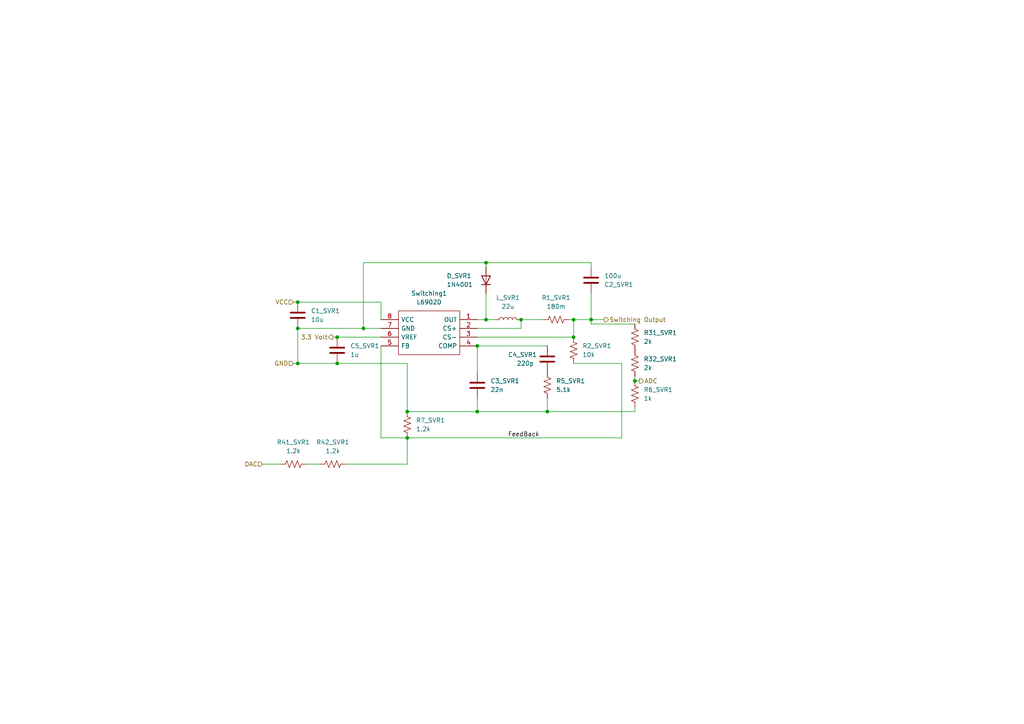
<source format=kicad_sch>
(kicad_sch (version 20211123) (generator eeschema)
  (paper "A4")
  (title_block (date "2022-08-29") (rev "1") (company "George Mason University") (comment 2 "linear regulator does as little work as possible.") (comment 3 "the bulk of the voltage drop from VCC to the output so that the") (comment 4 "The switching regulator is used to imporve efficency as it provides"))
  (lib_symbols
    (symbol "Device:C" (pin_numbers hide) (pin_names (offset 0.254))
      (property "Reference" "C" (at 0.635 2.54 0))
      (property "Value" "C" (at 0.635 -2.54 0))
      (symbol "C_0_1"
        (polyline (pts (xy -2.032 -0.762) (xy 2.032 -0.762)) (stroke (width 0.508)))
        (polyline (pts (xy -2.032 0.762) (xy 2.032 0.762)) (stroke (width 0.508)))
      )
      (symbol "C_1_1"
        (pin passive line (at 0 3.81 270) (length 2.794) (name "~") (number "1"))
        (pin passive line (at 0 -3.81 90) (length 2.794) (name "~") (number "2"))
      )
    )
    (symbol "Device:L" (pin_numbers hide) (pin_names (offset 1.016) hide)
      (property "Reference" "L" (at -1.27 0 90))
      (property "Value" "L" (at 1.905 0 90))
      (symbol "L_0_1"
        (arc (start 0 -2.54) (mid 0.635 -1.905) (end 0 -1.27))
        (arc (start 0 -1.27) (mid 0.635 -0.635) (end 0 0))
        (arc (start 0 0) (mid 0.635 0.635) (end 0 1.27))
        (arc (start 0 1.27) (mid 0.635 1.905) (end 0 2.54))
      )
      (symbol "L_1_1"
        (pin passive line (at 0 3.81 270) (length 1.27) (name "1") (number "1"))
        (pin passive line (at 0 -3.81 90) (length 1.27) (name "2") (number "2"))
      )
    )
    (symbol "Device:R_US" (pin_numbers hide) (pin_names (offset 0))
      (property "Reference" "R" (at 2.54 0 90))
      (property "Value" "R_US" (at -2.54 0 90))
      (symbol "R_US_0_1"
        (polyline (pts (xy 0 -2.286) (xy 0 -2.54)))
        (polyline (pts (xy 0 2.286) (xy 0 2.54)))
        (polyline (pts (xy 0 -0.762) (xy 1.016 -1.143) (xy 0 -1.524) (xy -1.016 -1.905) (xy 0 -2.286)))
        (polyline (pts (xy 0 0.762) (xy 1.016 0.381) (xy 0 0) (xy -1.016 -0.381) (xy 0 -0.762)))
        (polyline (pts (xy 0 2.286) (xy 1.016 1.905) (xy 0 1.524) (xy -1.016 1.143) (xy 0 0.762)))
      )
      (symbol "R_US_1_1"
        (pin passive line (at 0 3.81 270) (length 1.27) (name "~") (number "1"))
        (pin passive line (at 0 -3.81 90) (length 1.27) (name "~") (number "2"))
      )
    )
    (symbol "Diode:1N4001" (pin_numbers hide) (pin_names (offset 1.016) hide)
      (property "Reference" "D" (at 0 2.54 0))
      (property "Value" "1N4001" (at 0 -2.54 0))
      (symbol "1N4001_0_1"
        (polyline (pts (xy -1.27 1.27) (xy -1.27 -1.27)) (stroke (width 0.254)))
        (polyline (pts (xy 1.27 0) (xy -1.27 0)))
        (polyline (pts (xy 1.27 1.27) (xy 1.27 -1.27) (xy -1.27 0) (xy 1.27 1.27)) (stroke (width 0.254)))
      )
      (symbol "1N4001_1_1"
        (pin passive line (at -3.81 0 0) (length 2.54) (name "K") (number "1"))
        (pin passive line (at 3.81 0 180) (length 2.54) (name "A") (number "2"))
      )
    )
    (symbol "SamacSys_Parts:L6902D" (pin_names (offset 0.762))
      (property "Reference" "IC" (at 24.13 7.62 0))
      (property "Value" "L6902D" (at 24.13 5.08 0))
      (symbol "L6902D_0_0"
        (pin passive line (at 0 0 0) (length 5.08) (name "OUT") (number "1"))
        (pin passive line (at 0 -2.54 0) (length 5.08) (name "CS+") (number "2"))
        (pin passive line (at 0 -5.08 0) (length 5.08) (name "CS-") (number "3"))
        (pin passive line (at 0 -7.62 0) (length 5.08) (name "COMP") (number "4"))
        (pin passive line (at 27.94 -7.62 180) (length 5.08) (name "FB") (number "5"))
        (pin passive line (at 27.94 -5.08 180) (length 5.08) (name "VREF") (number "6"))
        (pin passive line (at 27.94 -2.54 180) (length 5.08) (name "GND") (number "7"))
        (pin passive line (at 27.94 0 180) (length 5.08) (name "VCC") (number "8"))
      )
      (symbol "L6902D_0_1"
        (polyline (pts (xy 5.08 2.54) (xy 22.86 2.54) (xy 22.86 -10.16) (xy 5.08 -10.16) (xy 5.08 2.54)) (stroke (width 0.1524)))
      )
    )
  )
  (junction (at 138.43 119.38))
  (junction (at 158.75 119.38))
  (junction (at 86.36 105.41))
  (junction (at 97.79 97.79))
  (junction (at 86.36 87.63))
  (junction (at 118.11 119.38))
  (junction (at 151.13 92.71))
  (junction (at 138.43 100.33))
  (junction (at 166.37 97.79))
  (junction (at 166.37 92.71))
  (junction (at 97.79 105.41))
  (junction (at 140.97 92.71))
  (junction (at 105.41 95.25))
  (junction (at 140.97 76.2))
  (junction (at 171.45 92.71))
  (junction (at 184.15 110.49))
  (junction (at 118.11 127))
  (junction (at 86.36 95.25))
  (wire (pts (xy 171.45 92.71) (xy 171.45 93.98)))
  (wire (pts (xy 85.09 105.41) (xy 86.36 105.41)))
  (wire (pts (xy 140.97 76.2) (xy 171.45 76.2)))
  (wire (pts (xy 184.15 110.49) (xy 185.42 110.49)))
  (wire (pts (xy 100.33 134.62) (xy 118.11 134.62)))
  (wire (pts (xy 143.51 92.71) (xy 140.97 92.71)))
  (wire (pts (xy 166.37 92.71) (xy 166.37 97.79)))
  (wire (pts (xy 184.15 118.11) (xy 184.15 119.38)))
  (wire (pts (xy 165.1 92.71) (xy 166.37 92.71)))
  (wire (pts (xy 140.97 92.71) (xy 138.43 92.71)))
  (wire (pts (xy 151.13 95.25) (xy 138.43 95.25)))
  (wire (pts (xy 118.11 127) (xy 180.34 127)))
  (wire (pts (xy 138.43 107.95) (xy 138.43 100.33)))
  (wire (pts (xy 171.45 92.71) (xy 175.26 92.71)))
  (wire (pts (xy 118.11 119.38) (xy 138.43 119.38)))
  (wire (pts (xy 158.75 100.33) (xy 138.43 100.33)))
  (wire (pts (xy 151.13 92.71) (xy 151.13 95.25)))
  (wire (pts (xy 166.37 92.71) (xy 171.45 92.71)))
  (wire (pts (xy 110.49 100.33) (xy 110.49 127)))
  (wire (pts (xy 85.09 87.63) (xy 86.36 87.63)))
  (wire (pts (xy 96.52 97.79) (xy 97.79 97.79)))
  (wire (pts (xy 110.49 127) (xy 118.11 127)))
  (wire (pts (xy 166.37 97.79) (xy 138.43 97.79)))
  (wire (pts (xy 97.79 97.79) (xy 110.49 97.79)))
  (wire (pts (xy 180.34 105.41) (xy 166.37 105.41)))
  (wire (pts (xy 86.36 95.25) (xy 105.41 95.25)))
  (wire (pts (xy 88.9 134.62) (xy 92.71 134.62)))
  (wire (pts (xy 118.11 105.41) (xy 118.11 119.38)))
  (wire (pts (xy 157.48 92.71) (xy 151.13 92.71)))
  (wire (pts (xy 76.2 134.62) (xy 81.28 134.62)))
  (wire (pts (xy 105.41 76.2) (xy 140.97 76.2)))
  (wire (pts (xy 158.75 115.57) (xy 158.75 119.38)))
  (wire (pts (xy 110.49 87.63) (xy 86.36 87.63)))
  (wire (pts (xy 140.97 85.09) (xy 140.97 92.71)))
  (wire (pts (xy 184.15 93.98) (xy 171.45 93.98)))
  (wire (pts (xy 171.45 76.2) (xy 171.45 77.47)))
  (wire (pts (xy 138.43 115.57) (xy 138.43 119.38)))
  (wire (pts (xy 158.75 119.38) (xy 184.15 119.38)))
  (wire (pts (xy 140.97 77.47) (xy 140.97 76.2)))
  (wire (pts (xy 86.36 95.25) (xy 86.36 105.41)))
  (wire (pts (xy 110.49 92.71) (xy 110.49 87.63)))
  (wire (pts (xy 138.43 119.38) (xy 158.75 119.38)))
  (wire (pts (xy 86.36 105.41) (xy 97.79 105.41)))
  (wire (pts (xy 105.41 76.2) (xy 105.41 95.25)))
  (wire (pts (xy 105.41 95.25) (xy 110.49 95.25)))
  (wire (pts (xy 171.45 85.09) (xy 171.45 92.71)))
  (wire (pts (xy 184.15 110.49) (xy 184.15 109.22)))
  (wire (pts (xy 180.34 105.41) (xy 180.34 127)))
  (wire (pts (xy 118.11 127) (xy 118.11 134.62)))
  (wire (pts (xy 97.79 105.41) (xy 118.11 105.41)))
  (label "FeedBack" (at 147.32 127 0))
  (hierarchical_label "DAC" (shape input) (at 76.2 134.62 180))
  (hierarchical_label "ADC" (shape output) (at 185.42 110.49 0))
  (hierarchical_label "GND" (shape input) (at 85.09 105.41 180))
  (hierarchical_label "Switching Output" (shape output) (at 175.26 92.71 0))
  (hierarchical_label "VCC" (shape input) (at 85.09 87.63 180))
  (hierarchical_label "3.3 Volt" (shape output) (at 96.52 97.79 180))
  (symbol (lib_id "Device:R_US") (at 118.11 123.19 0) (unit 1)
    (property "Reference" "R7_SVR1" (at 120.65 121.9199 0) (effects (justify left)))
    (property "Value" "1.2k" (at 120.65 124.4599 0) (effects (justify left)))
    (property "Footprint" "Resistor_SMD:R_0603_1608Metric" (effects hide))
  )
  (symbol (lib_id "Device:R_US") (at 161.29 92.71 90) (unit 1)
    (property "Reference" "R1_SVR1" (at 161.29 86.36 90))
    (property "Value" "180m" (at 161.29 88.9 90))
    (property "Footprint" "Resistor_SMD:R_0603_1608Metric" (effects hide))
  )
  (symbol (lib_id "Diode:1N4001") (at 140.97 81.28 90) (unit 1)
    (property "Reference" "D_SVR1" (at 129.54 80.01 90) (effects (justify right)))
    (property "Value" "1N4001" (at 133.35 82.55 90))
    (property "Footprint" "Diode_SMD:D_SMA" (effects hide))
    (property "Datasheet" "http://www.vishay.com/docs/88503/1n4001.pdf" (effects hide))
  )
  (symbol (lib_id "Device:C") (at 138.43 111.76 0) (unit 1)
    (property "Reference" "C3_SVR1" (at 142.24 110.4899 0) (effects (justify left)))
    (property "Value" "22n" (at 142.24 113.0299 0) (effects (justify left)))
    (property "Footprint" "Capacitor_SMD:C_0603_1608Metric" (effects hide))
  )
  (symbol (lib_id "SamacSys_Parts:L6902D") (at 138.43 92.71 0) (mirror y) (unit 1)
    (property "Reference" "Switching1" (at 124.46 85.09 0))
    (property "Value" "L6902D" (at 124.46 87.63 0))
    (property "Footprint" "Package_SO:SO-8_3.9x4.9mm_P1.27mm" (effects hide))
    (property "Datasheet" "https://componentsearchengine.com/Datasheets/1/L6902D.pdf" (effects hide))
    (property "Description" "L6902D, Switching Regulator, Buck Controller, 1A, Adjustable, 1.235  34 V, 275 kHz, 8-Pin SO" (effects hide))
    (property "Height" "1.75" (effects hide))
    (property "Mouser Part Number" "511-L6902D" (effects hide))
    (property "Mouser Price/Stock" "https://www.mouser.com/Search/Refine.aspx?Keyword=511-L6902D" (effects hide))
    (property "Manufacturer_Name" "STMicroelectronics" (effects hide))
    (property "Manufacturer_Part_Number" "L6902D" (effects hide))
  )
  (symbol (lib_id "Device:L") (at 147.32 92.71 90) (unit 1)
    (property "Reference" "L_SVR1" (at 147.32 86.36 90))
    (property "Value" "22u" (at 147.32 88.9 90))
    (property "Footprint" "Inductor_SMD:L_Sumida_CR75" (effects hide))
  )
  (symbol (lib_id "Device:R_US") (at 184.15 97.79 0) (unit 1)
    (property "Reference" "R31_SVR1" (at 186.69 96.5199 0) (effects (justify left)))
    (property "Value" "2k" (at 186.69 99.0599 0) (effects (justify left)))
    (property "Footprint" "Resistor_SMD:R_0603_1608Metric" (effects hide))
  )
  (symbol (lib_id "Device:R_US") (at 85.09 134.62 270) (unit 1)
    (property "Reference" "R41_SVR1" (at 85.09 128.27 90))
    (property "Value" "1.2k" (at 85.09 130.81 90))
    (property "Footprint" "Resistor_SMD:R_0603_1608Metric" (effects hide))
  )
  (symbol (lib_id "Device:R_US") (at 184.15 114.3 0) (unit 1)
    (property "Reference" "R6_SVR1" (at 186.69 113.0299 0) (effects (justify left)))
    (property "Value" "1k" (at 186.69 115.5699 0) (effects (justify left)))
    (property "Footprint" "Resistor_SMD:R_0603_1608Metric" (effects hide))
  )
  (symbol (lib_id "Device:R_US") (at 96.52 134.62 270) (unit 1)
    (property "Reference" "R42_SVR1" (at 96.52 128.27 90))
    (property "Value" "1.2k" (at 96.52 130.81 90))
    (property "Footprint" "Resistor_SMD:R_0603_1608Metric" (effects hide))
  )
  (symbol (lib_id "Device:C") (at 86.36 91.44 0) (unit 1)
    (property "Reference" "C1_SVR1" (at 90.17 90.1699 0) (effects (justify left)))
    (property "Value" "10u" (at 90.17 92.7099 0) (effects (justify left)))
    (property "Footprint" "Capacitor_SMD:C_1206_3216Metric" (effects hide))
  )
  (symbol (lib_id "Device:C") (at 171.45 81.28 0) (mirror x) (unit 1)
    (property "Reference" "C2_SVR1" (at 175.26 82.5501 0) (effects (justify left)))
    (property "Value" "100u" (at 175.26 80.0101 0) (effects (justify left)))
    (property "Footprint" "Capacitor_THT:C_Radial_D8.0mm_H7.0mm_P3.50mm" (effects hide))
  )
  (symbol (lib_id "Device:C") (at 158.75 104.14 0) (unit 1)
    (property "Reference" "C4_SVR1" (at 147.32 102.87 0) (effects (justify left)))
    (property "Value" "220p" (at 149.86 105.41 0) (effects (justify left)))
    (property "Footprint" "Capacitor_SMD:C_0603_1608Metric" (effects hide))
  )
  (symbol (lib_id "Device:R_US") (at 166.37 101.6 0) (unit 1)
    (property "Reference" "R2_SVR1" (at 168.91 100.3299 0) (effects (justify left)))
    (property "Value" "10k" (at 168.91 102.8699 0) (effects (justify left)))
    (property "Footprint" "Resistor_SMD:R_0603_1608Metric" (effects hide))
  )
  (symbol (lib_id "Device:C") (at 97.79 101.6 0) (unit 1)
    (property "Reference" "C5_SVR1" (at 101.6 100.3299 0) (effects (justify left)))
    (property "Value" "1u" (at 101.6 102.8699 0) (effects (justify left)))
  )
  (symbol (lib_id "Device:R_US") (at 158.75 111.76 0) (unit 1)
    (property "Reference" "R5_SVR1" (at 161.29 110.4899 0) (effects (justify left)))
    (property "Value" "5.1k" (at 161.29 113.0299 0) (effects (justify left)))
    (property "Footprint" "Resistor_SMD:R_0603_1608Metric" (effects hide))
  )
  (symbol (lib_id "Device:R_US") (at 184.15 105.41 0) (unit 1)
    (property "Reference" "R32_SVR1" (at 186.69 104.1399 0) (effects (justify left)))
    (property "Value" "2k" (at 186.69 106.6799 0) (effects (justify left)))
    (property "Footprint" "Resistor_SMD:R_0603_1608Metric" (effects hide))
  )
)
</source>
